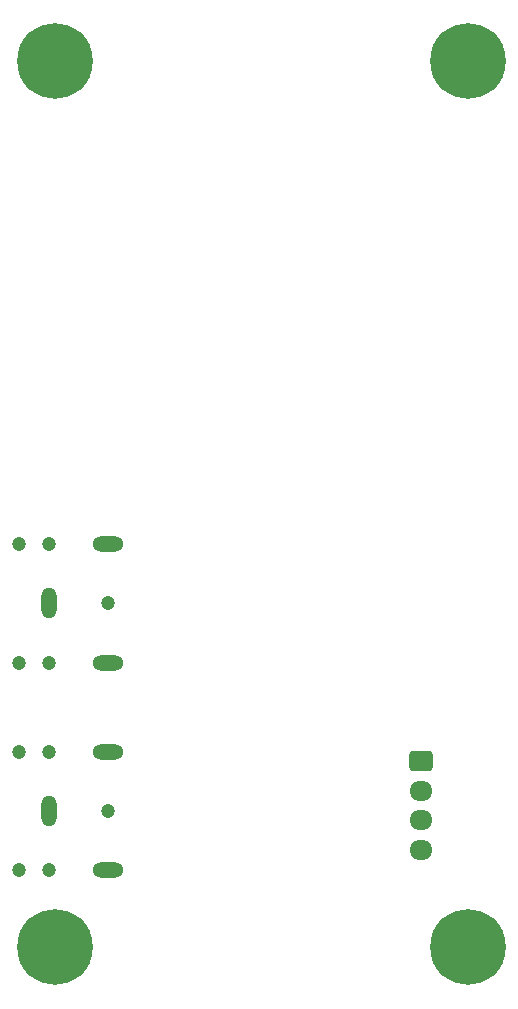
<source format=gbs>
G04 #@! TF.GenerationSoftware,KiCad,Pcbnew,(6.0.0)*
G04 #@! TF.CreationDate,2022-04-12T03:55:14+02:00*
G04 #@! TF.ProjectId,input_stage,696e7075-745f-4737-9461-67652e6b6963,rev?*
G04 #@! TF.SameCoordinates,Original*
G04 #@! TF.FileFunction,Soldermask,Bot*
G04 #@! TF.FilePolarity,Negative*
%FSLAX46Y46*%
G04 Gerber Fmt 4.6, Leading zero omitted, Abs format (unit mm)*
G04 Created by KiCad (PCBNEW (6.0.0)) date 2022-04-12 03:55:14*
%MOMM*%
%LPD*%
G01*
G04 APERTURE LIST*
G04 Aperture macros list*
%AMRoundRect*
0 Rectangle with rounded corners*
0 $1 Rounding radius*
0 $2 $3 $4 $5 $6 $7 $8 $9 X,Y pos of 4 corners*
0 Add a 4 corners polygon primitive as box body*
4,1,4,$2,$3,$4,$5,$6,$7,$8,$9,$2,$3,0*
0 Add four circle primitives for the rounded corners*
1,1,$1+$1,$2,$3*
1,1,$1+$1,$4,$5*
1,1,$1+$1,$6,$7*
1,1,$1+$1,$8,$9*
0 Add four rect primitives between the rounded corners*
20,1,$1+$1,$2,$3,$4,$5,0*
20,1,$1+$1,$4,$5,$6,$7,0*
20,1,$1+$1,$6,$7,$8,$9,0*
20,1,$1+$1,$8,$9,$2,$3,0*%
G04 Aperture macros list end*
%ADD10C,1.200000*%
%ADD11O,1.308000X2.616000*%
%ADD12O,2.616000X1.308000*%
%ADD13RoundRect,0.250000X-0.725000X0.600000X-0.725000X-0.600000X0.725000X-0.600000X0.725000X0.600000X0*%
%ADD14O,1.950000X1.700000*%
%ADD15C,6.400000*%
G04 APERTURE END LIST*
D10*
X83250000Y-100150000D03*
X80750000Y-90150000D03*
X80750000Y-100150000D03*
X88250000Y-95150000D03*
X83250000Y-90150000D03*
D11*
X83250000Y-95150000D03*
D12*
X88250000Y-100150000D03*
X88250000Y-90150000D03*
D13*
X114717500Y-108500000D03*
D14*
X114717500Y-111000000D03*
X114717500Y-113500000D03*
X114717500Y-116000000D03*
D15*
X83750000Y-49250000D03*
X83750000Y-124250000D03*
D10*
X83250000Y-107732500D03*
X80750000Y-117732500D03*
X83250000Y-117732500D03*
X88250000Y-112732500D03*
X80750000Y-107732500D03*
D11*
X83250000Y-112732500D03*
D12*
X88250000Y-117732500D03*
X88250000Y-107732500D03*
D15*
X118750000Y-49250000D03*
X118750000Y-124250000D03*
M02*

</source>
